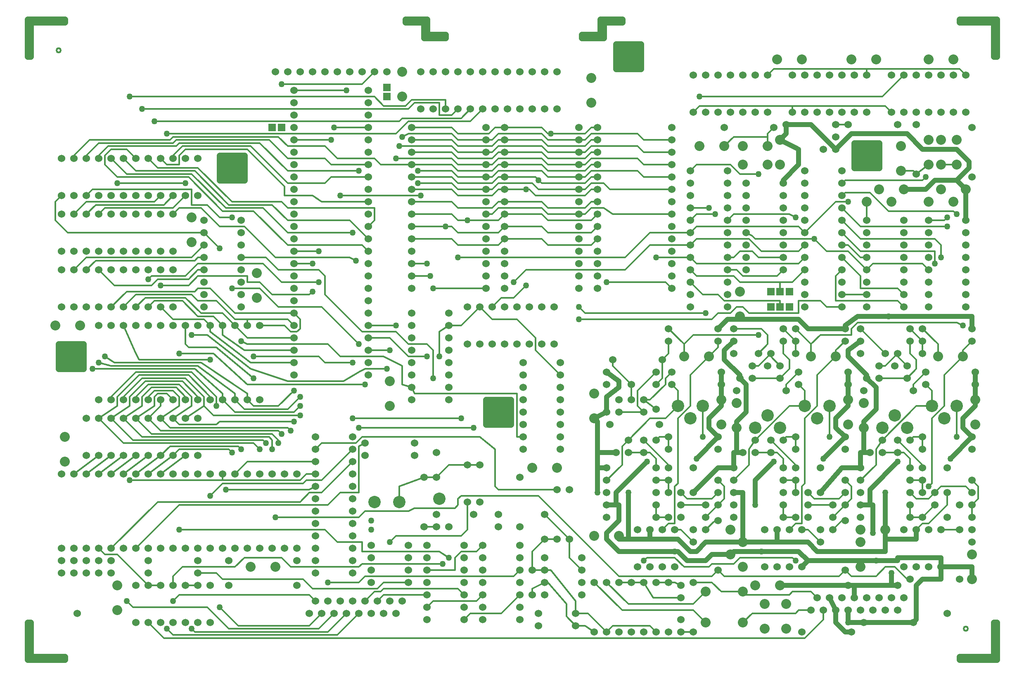
<source format=gbr>
G70*
%FSLAX55Y55*%
%ADD11C,0.04000*%
%ADD12C,0.01200*%
%ADD13C,0.05000*%
%ADD14C,0.06000*%
%ADD15C,0.08000*%
%ADD16C,0.10000*%
%ADD17R,0.06000X0.06000*%
%ADD18C,0.05500*%
%ADD19C,0.05000*%
%AMUSER20*
1, 1, 0.05000, 0.0, 0.0*
1, 0, 0.02000, 0.0, 0.0*%
%ADD20USER20*%
D11*
X1172675Y889025D02*
X1167675Y899025D01*
X1172675Y889025D02*
X1172675Y879025D01*
X1180175Y871525*
X1185175Y871525*
D12*
X657675Y909025D02*
X647675Y909025D01*
X757675Y886525D02*
X747675Y876525D01*
X690175Y876525*
X675175Y891525*
X607675Y939025D02*
X642675Y974025D01*
X762675Y974025*
X772675Y984025*
X787675Y984025*
X787675Y1021525*
X792675Y1024025*
X767675Y886525D02*
X755175Y874025D01*
X682675Y874025*
X665175Y891525*
X605175Y891525*
X600175Y896525*
X602675Y994025D02*
X677675Y994025D01*
X677675Y999025*
X677675Y994025*
X740175Y994025*
X745175Y999025*
X752675Y999025*
X587675Y1059025D02*
X587675Y1061525D01*
X607675Y1081525*
X652675Y1081525*
X672675Y1061525*
X672675Y1054025*
X702675Y1076525D02*
X672675Y1101525D01*
X650175Y1101525*
X647675Y1104025*
X647675Y1119025*
X735175Y1179025D02*
X755175Y1179025D01*
X755175Y1154025D02*
X725175Y1154025D01*
X710175Y1169025*
X657675Y1169025*
X647675Y1159025*
X620175Y1159025*
X617675Y1156525*
X755175Y1179025D02*
X735175Y1179025D01*
X617675Y999025D02*
X637675Y1014025D01*
X642675Y1019025*
X682675Y1019025*
X685175Y1016525*
X677675Y1119025D02*
X677675Y1111525D01*
X695175Y1099025*
X735175Y1099025*
X677675Y1119025D02*
X670175Y1126525D01*
X657675Y1126525*
X645175Y1139025*
X622675Y1139025*
X617675Y1134025*
X597675Y999025D02*
X617675Y1014025D01*
X735175Y1119025D02*
X730175Y1124025D01*
X697675Y1124025*
X697675Y1119025*
X735175Y1119025D02*
X730175Y1124025D01*
X687675Y1124025*
X672675Y1139025*
X657675Y1139025*
X652675Y1144025*
X607675Y1144025*
X597675Y1134025*
X577675Y999025D02*
X597675Y1014025D01*
X582675Y1094025D02*
X590175Y1089025D01*
X660175Y1089025*
X697675Y1064025*
X697675Y1059025*
X702675Y1054025*
X722675Y1054025*
X735175Y1066525*
X557675Y999025D02*
X577675Y1014025D01*
X572675Y1084025D02*
X655175Y1084025D01*
X677675Y1064025*
X677675Y1059025*
X687675Y1049025*
X735175Y1049025*
X740175Y1054025*
X687675Y999025D02*
X697675Y1009025D01*
X752675Y1009025*
X597675Y1119025D02*
X607675Y1096525D01*
X610175Y1091525*
X667675Y1091525*
X627675Y1151525D02*
X650175Y1151525D01*
X657675Y1159025*
X697675Y1159025*
X697675Y1154025*
X707675Y1154025*
X717675Y1144025*
X747675Y1144025*
X750175Y1146525*
X750175Y1169025D02*
X735175Y1169025D01*
X750175Y1169025*
X647675Y1044025D02*
X662675Y1054025D01*
X662675Y1061525*
X647675Y1076525*
X612675Y1076525*
X597675Y1061525*
X597675Y1059025*
X740175Y1046525D02*
X670175Y1046525D01*
X662675Y1054025*
X647675Y1044025*
X617675Y1059025D02*
X617675Y1061525D01*
X622675Y1066525*
X637675Y1066525*
X642675Y1061525*
X642675Y1054025*
X627675Y1044025*
X732675Y1034025D02*
X730175Y1036525D01*
X635175Y1036525*
X627675Y1044025*
X642675Y1054025*
X642675Y1061525*
X637675Y1066525*
X622675Y1066525*
X617675Y1061525*
X617675Y1059025*
X607675Y1044025D02*
X622675Y1054025D01*
X622675Y1061525*
X625175Y1064025*
X632675Y1064025*
X637675Y1059025*
X722675Y1024025D02*
X722675Y1026525D01*
X717675Y1031525*
X620175Y1031525*
X607675Y1044025*
X622675Y1054025*
X622675Y1061525*
X625175Y1064025*
X632675Y1064025*
X637675Y1059025*
X587675Y1044025D02*
X602675Y1054025D01*
X602675Y1061525*
X615175Y1074025*
X645175Y1074025*
X657675Y1061525*
X657675Y1059025*
X712675Y1024025D02*
X710175Y1026525D01*
X605175Y1026525*
X587675Y1044025*
X602675Y1054025*
X602675Y1061525*
X615175Y1074025*
X645175Y1074025*
X657675Y1061525*
X657675Y1059025*
X687675Y1059025D02*
X695175Y1051525D01*
X730175Y1051525*
X740175Y1061525*
X567675Y999025D02*
X587675Y1014025D01*
X577675Y1089025D02*
X587675Y1086525D01*
X657675Y1086525*
X687675Y1064025*
X687675Y1059025*
X607675Y1014025D02*
X587675Y999025D01*
X707675Y1119025D02*
X727675Y1119025D01*
X732675Y1114025*
X737675Y1114025*
X740175Y1116525*
X740175Y1124025*
X735175Y1129025*
X587675Y1134025D02*
X600175Y1146525D01*
X655175Y1146525*
X657675Y1149025*
X667675Y1149025*
X687675Y1129025*
X735175Y1129025*
X607675Y999025D02*
X627675Y1014025D01*
X692675Y1019025D02*
X690175Y1021525D01*
X635175Y1021525*
X627675Y1014025*
X687675Y1119025D02*
X697675Y1109025D01*
X735175Y1109025*
X687675Y1119025D02*
X677675Y1129025D01*
X660175Y1129025*
X647675Y1141525*
X615175Y1141525*
X607675Y1134025*
X627675Y999025D02*
X647675Y1014025D01*
X667675Y1119025D02*
X662675Y1124025D01*
X637675Y1124025*
X627675Y1134025*
X667675Y1119025D02*
X667675Y1114025D01*
X700175Y1089025*
X735175Y1089025*
X752675Y989025D02*
X747675Y986525D01*
X680175Y986525*
X577675Y1044025D02*
X592675Y1054025D01*
X592675Y1061525*
X610175Y1079025*
X650175Y1079025*
X667675Y1061525*
X667675Y1059025*
X707675Y1019025D02*
X702675Y1024025D01*
X597675Y1024025*
X577675Y1044025*
X592675Y1054025*
X592675Y1061525*
X610175Y1079025*
X650175Y1079025*
X667675Y1061525*
X667675Y1059025*
X647675Y1059025D02*
X647675Y1061525D01*
X640175Y1069025*
X620175Y1069025*
X612675Y1061525*
X612675Y1054025*
X597675Y1044025*
X717675Y1019025D02*
X717675Y1026525D01*
X715175Y1029025*
X612675Y1029025*
X597675Y1044025*
X612675Y1054025*
X612675Y1061525*
X620175Y1069025*
X640175Y1069025*
X647675Y1061525*
X647675Y1059025*
X617675Y1044025D02*
X627675Y1054025D01*
X627675Y1059025*
X725175Y1031525D02*
X722675Y1034025D01*
X627675Y1034025*
X617675Y1044025*
X627675Y1054025*
X627675Y1059025*
X607675Y1059025D02*
X607675Y1061525D01*
X617675Y1071525*
X642675Y1071525*
X652675Y1061525*
X652675Y1054025*
X637675Y1044025*
X642675Y1039025*
X672675Y1039025*
X675175Y1041525*
X735175Y1041525*
X827675Y911525D02*
X807675Y911525D01*
X802675Y906525*
X750175Y906525*
X742675Y914025*
X677675Y914025*
X672675Y919025*
X657675Y919025*
X1162675Y889025D02*
X1162675Y881525D01*
X1147675Y866525*
X630175Y866525*
X617675Y879025*
X752675Y896525D02*
X747675Y901525D01*
X642675Y901525*
X637675Y896525*
X577675Y939025D02*
X582675Y934025D01*
X592675Y934025*
X617675Y909025*
X627675Y909025*
X632675Y874025D02*
X637675Y869025D01*
X770175Y869025*
X787675Y886525*
X652675Y874025D02*
X655175Y871525D01*
X762675Y871525*
X777675Y886525*
X735175Y1269025D02*
X765175Y1269025D01*
X587675Y939025D02*
X625175Y976525D01*
X740175Y976525*
X747675Y984025*
X757675Y984025*
X782675Y1009025*
X782675Y1019025D02*
X757675Y994025D01*
X745175Y994025*
X742675Y991525*
X677675Y991525*
X667675Y981525*
X1100175Y1194025D02*
X1105175Y1191525D01*
X1107675Y1189025*
X1155175Y1189025*
X1110175Y1241525D02*
X1095175Y1241525D01*
X1087675Y1249025*
X1060175Y1249025*
X1055175Y1244025*
X1197675Y1321525D02*
X1197675Y1326525D01*
X1122675Y1326525*
X1117675Y1321525*
X1197675Y1321525D02*
X1197675Y1326525D01*
X1272675Y1326525*
X1277675Y1321525*
X1197675Y1164025D02*
X1182675Y1179025D01*
X1165175Y1179025*
X1155175Y1189025*
X1247675Y1164025D02*
X1242675Y1169025D01*
X1202675Y1169025*
X1197675Y1164025*
X830175Y1069025D02*
X822675Y1071525D01*
X822675Y1086525*
X807675Y1094025*
X772675Y1094025*
X762675Y1104025*
X697675Y1104025*
X692675Y1106525*
X675175Y1181525D02*
X662675Y1194025D01*
X547675Y1224025D02*
X542675Y1219025D01*
X542675Y1204025*
X552675Y1194025*
X662675Y1194025*
X965175Y1134025D02*
X970175Y1129025D01*
X1067675Y1129025*
X830175Y1069025D02*
X832675Y1064025D01*
X915175Y1064025*
X915175Y1029025*
X920175Y1029025*
X842675Y901525D02*
X807675Y901525D01*
X802675Y896525*
X887675Y901525D02*
X882675Y896525D01*
X847675Y896525*
X842675Y891525*
X872675Y901525D02*
X867675Y906525D01*
X807675Y906525*
X805175Y904025*
X800175Y904025*
X792675Y896525*
X917675Y901525D02*
X902675Y886525D01*
X877675Y886525*
X872675Y881525*
X762675Y911525D02*
X787675Y911525D01*
X792675Y916525*
X912675Y916525*
X917675Y921525*
X1057675Y1291525D02*
X1062675Y1296525D01*
X1137675Y1296525*
X1137675Y1291525*
X1137675Y1296525*
X1212675Y1296525*
X1217675Y1291525*
X837675Y1224025D02*
X772675Y1224025D01*
D11*
X1257675Y924025D02*
X1282675Y924025D01*
X1282675Y914025*
X1282675Y924025*
X1257675Y924025*
X1257675Y914025*
X1242675Y914025*
X1237675Y909025*
X1237675Y881525*
X1235175Y879025*
X1145175Y924025D02*
X1150175Y929025D01*
X1192675Y929025*
X1192675Y924025*
X1192675Y929025*
X1205175Y929025*
X1202675Y951525D02*
X1202675Y974025D01*
X1192675Y974025*
X1112675Y936525D02*
X1090175Y936525D01*
X1087675Y934025*
X1042675Y936525D02*
X1045175Y936525D01*
X1052675Y929025*
X1067675Y929025*
X1072675Y934025*
X1087675Y934025*
X1180175Y1029025D02*
X1172675Y1036525D01*
X1172675Y1044025*
X1182675Y1054025*
X1182675Y1059025*
X1145175Y924025D02*
X1150175Y929025D01*
X1142675Y936525*
X1112675Y936525*
X1182675Y1071525D02*
X1182675Y1059025D01*
X1182675Y1071525D02*
X1182675Y1081525D01*
X1080175Y1059025D02*
X1080175Y1054025D01*
X1070175Y1044025*
X1070175Y1036525*
X1077675Y1029025*
X1080175Y1059025D02*
X1080175Y1071525D01*
X1080175Y1081525D02*
X1080175Y1071525D01*
X987675Y974025D02*
X997675Y974025D01*
X997675Y961525*
X987675Y951525*
X987675Y946525*
X997675Y936525*
X1042675Y936525*
X1285175Y1059025D02*
X1285175Y1071525D01*
X1285175Y1081525*
X1285175Y1059025D02*
X1285175Y1054025D01*
X1275175Y1044025*
X1275175Y1036525*
X1282675Y1029025*
X1192675Y924025D02*
X1192675Y929025D01*
X1222675Y929025*
X1222675Y931525*
X1257675Y931525*
X1257675Y924025*
X1282675Y1029025D02*
X1265175Y1011525D01*
X1222675Y1009025D02*
X1200175Y986525D01*
X1200175Y974025*
X1192675Y974025*
X1107675Y974025D02*
X1107675Y994025D01*
X1122675Y1009025*
X1162675Y1011525D02*
X1180175Y1029025D01*
X987675Y974025D02*
X995175Y974025D01*
X995175Y984025*
X1020175Y1009025*
X1060175Y1011525D02*
X1077675Y1029025D01*
X1195175Y879025D02*
X1182675Y879025D01*
X1182675Y889025*
X1182675Y879025*
X1195175Y879025D02*
X1235175Y879025D01*
X1212675Y954025D02*
X1212675Y946525D01*
X1237675Y946525*
X1237675Y954025*
X1200175Y1016525D02*
X1192675Y1016525D01*
X1192675Y1004025*
X1217675Y919025D02*
X1217675Y909025D01*
X1222675Y909025*
X1097675Y944025D02*
X1125175Y944025D01*
X1125175Y954025*
X1022675Y954025D02*
X1022675Y946525D01*
X997675Y946525*
X997675Y949025*
X997675Y946525*
X1005175Y946525*
X1005175Y984025*
X977675Y1044025D02*
X980175Y1041525D01*
X980175Y1016525*
X995175Y1016525*
X977675Y1044025D02*
X987675Y1049025D01*
X1097675Y1016525D02*
X1090175Y1016525D01*
X1090175Y1004025*
X987675Y1004025D02*
X980175Y1004025D01*
X980175Y984025*
X1200175Y1016525D02*
X1195175Y1016525D01*
X1195175Y1036525*
X1092675Y1036525D02*
X1092675Y1016525D01*
X1097675Y1016525*
X1092675Y1036525D02*
X1092675Y1041525D01*
X1100175Y1049025*
X1100175Y1071525*
X1095175Y1076525*
X1095175Y1079025*
X1082675Y1091525*
X1082675Y1099025*
X1090175Y1106525*
X1197675Y1076525D02*
X1205175Y1069025D01*
X1205175Y1051525*
X1195175Y1041525*
X1195175Y1036525*
X1197675Y1076525D02*
X1197675Y1079025D01*
X1182675Y1094025*
X1182675Y1099025*
X1192675Y1106525*
X987675Y1004025D02*
X980175Y1004025D01*
X980175Y1016525*
X995175Y1016525*
X987675Y1049025D02*
X987675Y1061525D01*
X997675Y1069025*
X997675Y1074025*
X987675Y1081525*
X1097675Y944025D02*
X1067675Y944025D01*
X1060175Y936525*
X1055175Y936525*
X1045175Y946525*
X1022675Y946525*
X1022675Y954025*
X1212675Y954025D02*
X1212675Y936525D01*
X1157675Y936525*
X1150175Y944025*
X1125175Y944025*
X1125175Y954025*
X1097675Y1016525D02*
X1090175Y1016525D01*
X1090175Y1004025*
X1077675Y1004025*
X1057675Y984025*
X1097675Y944025D02*
X1097675Y984025D01*
X1090175Y984025*
X1212675Y954025D02*
X1212675Y984025D01*
X1160175Y984025D02*
X1177675Y1004025D01*
X1192675Y1004025*
D12*
X1237675Y954025D02*
X1242675Y959025D01*
X1247675Y959025*
X1262675Y974025*
X1262675Y984025*
D11*
X1127675Y909025D02*
X1182675Y909025D01*
X1187675Y909025*
X1187675Y899025*
X1182675Y909025D02*
X1222675Y909025D01*
X1172675Y1261525D02*
X1152675Y1281525D01*
X1132675Y1281525*
X1132675Y1274025*
X1127675Y1269025*
X1130175Y1234025D02*
X1130175Y1236525D01*
X1142675Y1249025*
X1142675Y1261525*
X1127675Y1269025*
X1180175Y1116525D02*
X1180175Y1119025D01*
X1190175Y1126525*
X1215175Y1126525*
X1077675Y1116525D02*
X1085175Y1124025D01*
X1142675Y1124025*
X1150175Y1116525*
X1180175Y1116525*
X1180175Y1119025*
X1190175Y1126525*
X1282675Y1126525*
X1282675Y1116525*
X1227675Y1229025D02*
X1245175Y1229025D01*
X1252675Y1236525*
X1270175Y1236525*
X1277675Y1229025*
X1277675Y1204025D02*
X1277675Y1229025D01*
X1270175Y1236525*
X1280175Y1246525*
X1280175Y1251525*
X1270175Y1261525*
X1242675Y1261525*
X1230175Y1274025*
X1185175Y1274025*
X1172675Y1261525*
X1095175Y1126525D02*
X1095175Y1124025D01*
X1085175Y1124025*
X1077675Y1116525*
D12*
X1172675Y1281525D02*
X1182675Y1281525D01*
X642675Y1096525D02*
X670175Y1096525D01*
X697675Y1071525*
X792675Y1071525*
X785175Y1171525D02*
X780175Y1174025D01*
X720175Y1174025*
X695175Y1199025*
X675175Y1199025*
X660175Y1214025*
X642675Y1214025*
X637675Y1209025*
X777675Y1309025D02*
X735175Y1309025D01*
X927675Y901525D02*
X927675Y906525D01*
X937675Y911525*
X977675Y871525D02*
X970175Y876525D01*
X962675Y876525*
X955175Y884025*
X955175Y894025*
X940175Y911525*
X937675Y911525*
X937675Y921525D02*
X927675Y921525D01*
X937675Y946525D02*
X927675Y936525D01*
X927675Y921525*
X937675Y946525D02*
X947675Y946525D01*
X1027675Y871525D02*
X1022675Y876525D01*
X992675Y876525*
X987675Y871525*
X962675Y886525D02*
X962675Y896525D01*
X942675Y921525*
X937675Y921525*
X987675Y871525D02*
X972675Y886525D01*
X962675Y886525*
X1067675Y904025D02*
X1057675Y894025D01*
X1005175Y894025*
X987675Y911525*
X977675Y911525D02*
X1000175Y889025D01*
X1057675Y889025*
X1067675Y879025*
X957675Y946525D02*
X937675Y966525D01*
X957675Y946525D02*
X937675Y966525D01*
X957675Y946525D02*
X957675Y931525D01*
X967675Y921525*
X752675Y1019025D02*
X757675Y1024025D01*
X785175Y1024025*
X790175Y1029025*
X885175Y1029025*
X897675Y1019025*
X897675Y989025*
X900175Y986525*
X947675Y986525*
X1152675Y889025D02*
X1142675Y889025D01*
X1140175Y886525*
X1105175Y886525*
X1097675Y879025*
X1097675Y904025D02*
X1100175Y901525D01*
X1135175Y901525*
X1137675Y904025*
X1152675Y904025*
X1157675Y899025*
X1097675Y904025D02*
X1080175Y904025D01*
X1072675Y911525*
X1057675Y911525*
X820175Y976525D02*
X820175Y989025D01*
X840175Y996525*
X850175Y996525D02*
X840175Y996525D01*
X875175Y1006525D02*
X860175Y1006525D01*
X850175Y996525*
X875175Y1006525D02*
X885175Y1006525D01*
X557675Y1164025D02*
X567675Y1174025D01*
X652675Y1174025*
X662675Y1184025*
X567675Y1164025D02*
X575175Y1171525D01*
X655175Y1171525*
X657675Y1174025*
X662675Y1174025*
X577675Y1164025D02*
X590175Y1151525D01*
X620175Y1151525*
X625175Y1156525*
X650175Y1156525*
X657675Y1164025*
X662675Y1164025*
X830175Y1249025D02*
X805175Y1249025D01*
X800175Y1254025*
X770175Y1254025*
X760175Y1264025*
X730175Y1264025*
X722675Y1271525*
X637675Y1271525*
X635175Y1269025*
X570175Y1269025*
X557675Y1256525*
X557675Y1254025*
X830175Y1249025D02*
X862675Y1249025D01*
X867675Y1244025*
X895175Y1244025*
X900175Y1249025*
X905175Y1249025*
X980175Y1249025D02*
X975175Y1249025D01*
X970175Y1244025*
X940175Y1244025*
X935175Y1249025*
X905175Y1249025*
X795175Y1249025D02*
X765175Y1249025D01*
X760175Y1254025*
X730175Y1254025*
X715175Y1269025*
X640175Y1269025*
X637675Y1266525*
X577675Y1266525*
X567675Y1256525*
X567675Y1254025*
X577675Y1254025D02*
X577675Y1256525D01*
X585175Y1264025*
X640175Y1264025*
X642675Y1266525*
X707675Y1266525*
X730175Y1244025*
X787675Y1244025*
X587675Y1254025D02*
X600175Y1241525D01*
X652675Y1241525*
X680175Y1214025*
X710175Y1214025*
X730175Y1194025*
X782675Y1194025*
X597675Y1254025D02*
X607675Y1244025D01*
X655175Y1244025*
X682675Y1216525*
X717675Y1216525*
X730175Y1204025*
X780175Y1204025*
X795175Y1189025*
X607675Y1254025D02*
X600175Y1261525D01*
X587675Y1261525*
X582675Y1256525*
X582675Y1249025*
X592675Y1239025*
X650175Y1239025*
X677675Y1211525*
X702675Y1211525*
X730175Y1184025*
X790175Y1184025*
X795175Y1179025*
X617675Y1254025D02*
X625175Y1246525D01*
X657675Y1246525*
X685175Y1219025*
X725175Y1219025*
X730175Y1214025*
X800175Y1214025*
X800175Y1204025*
X795175Y1199025*
X627675Y1254025D02*
X632675Y1249025D01*
X642675Y1249025*
X642675Y1256525*
X647675Y1261525*
X697675Y1261525*
X727675Y1231525*
X727675Y1224025*
X750175Y1224025*
X757675Y1219025*
X795175Y1219025*
X637675Y1254025D02*
X637675Y1256525D01*
X645175Y1264025*
X700175Y1264025*
X730175Y1234025*
X760175Y1234025*
X765175Y1239025*
X795175Y1239025*
X627675Y1224025D02*
X622675Y1219025D01*
X567675Y1219025*
X557675Y1209025*
X567675Y1209025D02*
X575175Y1216525D01*
X630175Y1216525*
X637675Y1224025*
X577675Y1209025D02*
X582675Y1214025D01*
X637675Y1214025*
X647675Y1224025*
X647675Y1234025D02*
X592675Y1234025D01*
X602675Y1304025D02*
X800175Y1304025D01*
X807675Y1296525*
X825175Y1296525*
X830175Y1301525*
X857675Y1301525*
X857675Y1294025*
X612675Y1294025D02*
X827675Y1294025D01*
X832675Y1299025*
X852675Y1299025*
X852675Y1289025*
X862675Y1289025*
X867675Y1294025*
X877675Y1294025D02*
X870175Y1286525D01*
X822675Y1286525*
X820175Y1284025*
X622675Y1284025*
X887675Y1294025D02*
X877675Y1284025D01*
X827675Y1284025*
X817675Y1274025*
X632675Y1274025*
X950175Y1079025D02*
X930175Y1099025D01*
X930175Y1109025*
X915175Y1124025*
X895175Y1124025*
X885175Y1134025*
X870175Y1119025*
X860175Y1119025*
X652675Y1111525D02*
X665175Y1111525D01*
X700175Y1084025*
X730175Y1074025*
X775175Y1074025*
X787675Y1081525*
X792675Y1084025*
X810175Y1084025*
X852675Y1094025D02*
X852675Y1114025D01*
X860175Y1119025*
X905175Y1189025D02*
X935175Y1189025D01*
X940175Y1184025*
X975175Y1184025*
X980175Y1189025*
X830175Y1189025D02*
X862675Y1189025D01*
X867675Y1184025*
X900175Y1184025*
X905175Y1189025*
X980175Y1199025D02*
X975175Y1194025D01*
X940175Y1194025*
X935175Y1199025*
X905175Y1199025*
X900175Y1194025*
X867675Y1194025*
X862675Y1199025*
X830175Y1199025*
X857675Y1199025D02*
X830175Y1199025D01*
X905175Y1209025D02*
X935175Y1209025D01*
X940175Y1204025*
X975175Y1204025*
X980175Y1209025*
X830175Y1209025D02*
X862675Y1209025D01*
X867675Y1204025*
X900175Y1204025*
X905175Y1209025*
X830175Y1209025D02*
X862675Y1209025D01*
X867675Y1204025*
X875175Y1204025*
X905175Y1219025D02*
X935175Y1219025D01*
X940175Y1214025*
X970175Y1214025*
X975175Y1219025*
X980175Y1219025*
X830175Y1219025D02*
X862675Y1219025D01*
X867675Y1214025*
X895175Y1214025*
X900175Y1219025*
X905175Y1219025*
X1177675Y1234025D02*
X1180175Y1236525D01*
X1242675Y1236525*
X1245175Y1239025*
X980175Y1229025D02*
X975175Y1229025D01*
X970175Y1224025*
X930175Y1224025*
X925175Y1229025*
X905175Y1229025*
X830175Y1229025D02*
X862675Y1229025D01*
X867675Y1224025*
X895175Y1224025*
X900175Y1229025*
X905175Y1229025*
X922675Y1229025*
X1270175Y1209025D02*
X1267675Y1211525D01*
X1215175Y1211525*
X1200175Y1226525*
X1180175Y1226525*
X1177675Y1224025*
X905175Y1239025D02*
X930175Y1239025D01*
X935175Y1234025*
X970175Y1234025*
X975175Y1239025*
X980175Y1239025*
X830175Y1239025D02*
X862675Y1239025D01*
X867675Y1234025*
X895175Y1234025*
X900175Y1239025*
X905175Y1239025*
X930175Y1239025*
X932675Y1236525*
X1177675Y1214025D02*
X1192675Y1199025D01*
X1262675Y1199025*
X980175Y1279025D02*
X975175Y1279025D01*
X970175Y1274025*
X940175Y1274025*
X935175Y1279025*
X905175Y1279025*
X830175Y1279025D02*
X862675Y1279025D01*
X867675Y1274025*
X892675Y1274025*
X897675Y1279025*
X905175Y1279025*
X942675Y1274025D02*
X940175Y1274025D01*
X935175Y1279025*
X905175Y1279025*
X890175Y1259025D02*
X895175Y1259025D01*
X900175Y1264025*
X935175Y1264025*
X940175Y1259025*
X965175Y1259025*
X970175Y1259025*
X975175Y1264025*
X1012675Y1264025*
X1017675Y1259025*
X1040175Y1259025*
X820175Y1264025D02*
X862675Y1264025D01*
X867675Y1259025*
X890175Y1259025*
X830175Y1269025D02*
X862675Y1269025D01*
X867675Y1264025*
X895175Y1264025*
X900175Y1269025*
X905175Y1269025*
X980175Y1269025D02*
X975175Y1269025D01*
X970175Y1264025*
X940175Y1264025*
X935175Y1269025*
X905175Y1269025*
X890175Y1229025D02*
X895175Y1229025D01*
X900175Y1234025*
X927675Y1234025*
X932675Y1229025*
X965175Y1229025*
X970175Y1229025*
X975175Y1234025*
X985175Y1234025*
X990175Y1229025*
X1040175Y1229025*
X795175Y1119025D02*
X817675Y1119025D01*
X835175Y1234025D02*
X862675Y1234025D01*
X867675Y1229025*
X890175Y1229025*
X890175Y1209025D02*
X895175Y1209025D01*
X900175Y1214025*
X935175Y1214025*
X940175Y1209025*
X965175Y1209025*
X1040175Y1209025D02*
X992675Y1209025D01*
X985175Y1214025*
X975175Y1214025*
X970175Y1209025*
X965175Y1209025*
X795175Y1109025D02*
X812675Y1109025D01*
X827675Y1094025*
X842675Y1094025*
X890175Y1239025D02*
X895175Y1239025D01*
X900175Y1244025*
X935175Y1244025*
X940175Y1239025*
X965175Y1239025*
X1040175Y1239025D02*
X1017675Y1239025D01*
X1012675Y1244025*
X975175Y1244025*
X970175Y1239025*
X965175Y1239025*
X890175Y1239025D02*
X867675Y1239025D01*
X862675Y1244025*
X835175Y1244025*
X812675Y1099025D02*
X795175Y1099025D01*
X890175Y1249025D02*
X895175Y1249025D01*
X900175Y1254025*
X935175Y1254025*
X940175Y1249025*
X965175Y1249025*
X970175Y1249025*
X975175Y1254025*
X1012675Y1254025*
X1017675Y1249025*
X1040175Y1249025*
X817675Y1254025D02*
X862675Y1254025D01*
X867675Y1249025*
X890175Y1249025*
X830175Y1259025D02*
X862675Y1259025D01*
X867675Y1254025*
X895175Y1254025*
X900175Y1259025*
X905175Y1259025*
X935175Y1259025*
X940175Y1254025*
X970175Y1254025*
X975175Y1259025*
X980175Y1259025*
X890175Y1269025D02*
X895175Y1269025D01*
X900175Y1274025*
X935175Y1274025*
X940175Y1269025*
X965175Y1269025*
X970175Y1269025*
X975175Y1274025*
X1012675Y1274025*
X1017675Y1269025*
X1040175Y1269025*
X890175Y1269025D02*
X867675Y1269025D01*
X862675Y1274025*
X827675Y1274025*
X822675Y1271525*
X767675Y1279025D02*
X795175Y1279025D01*
X725175Y1314025D02*
X790175Y1314025D01*
X800175Y1324025*
X842675Y1169025D02*
X830175Y1169025D01*
X830175Y1159025D02*
X845175Y1159025D01*
X890175Y1149025D02*
X847675Y1149025D01*
X922675Y1151525D02*
X912675Y1141525D01*
X902675Y1141525*
X895175Y1134025*
X987675Y1154025D02*
X1035175Y1154025D01*
X1040175Y1149025*
X1085175Y1164025D02*
X1092675Y1164025D01*
X1097675Y1159025*
X1125175Y1159025*
X1130175Y1164025*
X1130175Y1174025D02*
X1110175Y1174025D01*
X1105175Y1179025*
X1095175Y1179025*
X1090175Y1174025*
X1085175Y1174025*
X1085175Y1204025D02*
X1090175Y1209025D01*
X1135175Y1209025*
X1140175Y1206525*
X1177675Y1204025D02*
X1192675Y1189025D01*
X1252675Y1189025*
X1257675Y1184025*
X1257675Y1174025*
X1177675Y1194025D02*
X1192675Y1179025D01*
X1252675Y1179025*
X1252675Y1169025*
X1197675Y1174025D02*
X1192675Y1174025D01*
X1182675Y1184025*
X1177675Y1184025*
X1227675Y1144025D02*
X1222675Y1149025D01*
X1192675Y1149025*
X1192675Y1159025*
X1177675Y1174025*
X1177675Y1164025D02*
X1172675Y1159025D01*
X1172675Y1139025*
X1222675Y1139025*
X1227675Y1134025*
X1197675Y1144025D02*
X1177675Y1144025D01*
X1055175Y1184025D02*
X1060175Y1189025D01*
X1102675Y1189025*
X1112675Y1179025*
X1142675Y1179025*
X1147675Y1184025*
X1055175Y1184025D02*
X1022675Y1184025D01*
X1002675Y1164025*
X922675Y1164025*
X912675Y1154025*
X1147675Y1164025D02*
X1137675Y1154025D01*
X1127675Y1154025*
X1127675Y1146525*
X1055175Y1164025D02*
X1060175Y1159025D01*
X1090175Y1159025*
X1095175Y1154025*
X1127675Y1154025*
X1127675Y1146525*
X1055175Y1154025D02*
X1065175Y1144025D01*
X1077675Y1144025*
X1082675Y1139025*
X1127675Y1139025*
X1127675Y1134025*
X1055175Y1204025D02*
X1060175Y1209025D01*
X1075175Y1209025*
X1182675Y1219025D02*
X1172675Y1219025D01*
X1147675Y1194025*
X1142675Y1199025*
X1060175Y1199025*
X1055175Y1194025*
X867675Y1174025D02*
X1002675Y1174025D01*
X1022675Y1194025*
X1055175Y1194025*
X1147675Y1174025D02*
X1142675Y1169025D01*
X1060175Y1169025*
X1055175Y1174025*
X1027675Y1174025D02*
X1055175Y1174025D01*
X1070175Y1214025D02*
X1055175Y1214025D01*
X1227675Y1321525D02*
X1210175Y1304025D01*
X1062675Y1304025*
X1117675Y1264025D02*
X1117675Y1274025D01*
X1122675Y1279025*
X1082675Y1264025D02*
X1090175Y1271525D01*
X1117675Y1271525*
X1117675Y1264025*
X1050175Y1094025D02*
X1050175Y1104025D01*
X1037675Y1116525*
X1050175Y1094025D02*
X1050175Y1104025D01*
X1057675Y1111525*
X1110175Y1111525*
X1077675Y1106525D02*
X1077675Y1101525D01*
X1070175Y1094025*
X1055175Y1079025*
X1055175Y1054025*
X1045175Y1044025*
X1045175Y991525*
X1042675Y989025*
X1042675Y959025*
X1037675Y959025*
X1032675Y954025*
X1037675Y1106525D02*
X1037675Y1096525D01*
X1032675Y1091525*
X1027675Y1071525D02*
X1032675Y1076525D01*
X1032675Y1091525*
X992675Y1091525D02*
X992675Y1086525D01*
X1007675Y1071525*
X1007675Y1059025*
X1057675Y944025D02*
X1047675Y954025D01*
X1042675Y954025*
X1027675Y1081525D02*
X1012675Y1066525D01*
X1012675Y1054025*
X1017675Y1049025*
X997675Y1049025D02*
X1017675Y1049025D01*
X1027675Y1051525D02*
X1017675Y1059025D01*
X1022675Y1059025*
X1035175Y1071525*
X1035175Y1076525*
X1040175Y1081525*
X1037675Y1004025D02*
X1037675Y1006525D01*
X1017675Y1026525*
X1037675Y1029025D02*
X1030175Y1029025D01*
X1027675Y1026525*
X1037675Y1019025D02*
X1037675Y1029025D01*
X1005175Y1016525D02*
X1017675Y1016525D01*
X1022675Y1016525*
X1027675Y1011525*
X1027675Y1004025*
X1065175Y1029025D02*
X1065175Y1054025D01*
X1045175Y1054025D02*
X1045175Y1066525D01*
X1040175Y1071525*
X1005175Y1026525D02*
X1022675Y1044025D01*
X1035175Y1044025*
X1045175Y1054025*
X987675Y994025D02*
X1000175Y1006525D01*
X1000175Y1021525*
X1005175Y1026525*
X1047675Y984025D02*
X1052675Y979025D01*
X1072675Y979025*
X1077675Y984025*
X1077675Y994025D02*
X1082675Y989025D01*
X1082675Y979025*
X1077675Y974025*
X1067675Y964025D02*
X1077675Y974025D01*
X1027675Y994025D02*
X1037675Y994025D01*
X1037675Y984025D02*
X1037675Y994025D01*
X1027675Y974025D02*
X1027675Y964025D01*
X1037675Y964025*
X1067675Y974025D02*
X1047675Y974025D01*
X1017675Y929025D02*
X1020175Y931525D01*
X1042675Y931525*
X1050175Y924025*
X1070175Y924025*
X1072675Y926525*
X1090175Y926525*
X1095175Y931525*
X1137675Y931525*
X1140175Y929025*
X1180175Y974025D02*
X1185175Y979025D01*
X1185175Y989025*
X1180175Y994025*
X1180175Y974025D02*
X1170175Y964025D01*
X1140175Y984025D02*
X1140175Y994025D01*
X1130175Y994025D02*
X1140175Y994025D01*
X1107675Y1026525D02*
X1102675Y1019025D01*
X1102675Y1006525*
X1090175Y994025*
X1147675Y1054025D02*
X1135175Y1054025D01*
X1107675Y1026525*
X1147675Y1054025D02*
X1147675Y1066525D01*
X1142675Y1071525*
X1130175Y1026525D02*
X1132675Y1029025D01*
X1140175Y1029025*
X1140175Y1019025D02*
X1140175Y1029025D01*
X1127675Y1076525D02*
X1105175Y1076525D01*
X1130175Y1106525D02*
X1130175Y1096525D01*
X1135175Y1091525*
X1135175Y1084025*
X1127675Y1076525*
X1120175Y1016525D02*
X1107675Y1016525D01*
X1130175Y1004025D02*
X1130175Y1011525D01*
X1125175Y1016525*
X1120175Y1016525*
X1120175Y1096525D02*
X1120175Y1094025D01*
X1127675Y1086525*
X1105175Y1086525D02*
X1110175Y1086525D01*
X1120175Y1096525*
X1142675Y1081525D02*
X1132675Y1071525D01*
X1132675Y1066525*
X1140175Y1096525D02*
X1140175Y1106525D01*
X1130175Y1116525*
X1130175Y964025D02*
X1140175Y964025D01*
X1130175Y974025D02*
X1130175Y964025D01*
X1170175Y974025D02*
X1150175Y974025D01*
X1180175Y984025D02*
X1175175Y979025D01*
X1155175Y979025*
X1150175Y984025*
X1167675Y1029025D02*
X1167675Y1054025D01*
X1120175Y1026525D02*
X1140175Y1006525D01*
X1140175Y1004025*
X1090175Y1116525D02*
X1112675Y1116525D01*
X1117675Y1111525*
X1117675Y1104025*
X1110175Y1096525*
X1145175Y954025D02*
X1150175Y954025D01*
X1160175Y944025*
X1135175Y954025D02*
X1140175Y959025D01*
X1145175Y959025*
X1145175Y989025*
X1147675Y991525*
X1147675Y1044025*
X1157675Y1054025*
X1157675Y1079025*
X1172675Y1094025*
X1180175Y1106525D02*
X1172675Y1099025D01*
X1172675Y1094025*
X1152675Y1094025D02*
X1152675Y1104025D01*
X1140175Y1116525*
X1152675Y1104025*
X1160175Y1111525*
X1185175Y1111525*
X1185175Y1116525*
X1190175Y1121525*
X1270175Y1121525*
X1275175Y1119025*
X1257675Y1249025D02*
X1270175Y1249025D01*
X1237675Y1241525D02*
X1247675Y1249025D01*
X1225175Y1244025D02*
X1235175Y1244025D01*
X1237675Y1241525*
X1242675Y1116525D02*
X1255175Y1104025D01*
X1255175Y1094025*
X1282675Y1106525D02*
X1275175Y1099025D01*
X1275175Y1094025*
X1260175Y1079025*
X1260175Y1054025*
X1250175Y1044025*
X1250175Y991525*
X1247675Y989025*
X1242675Y1106525D02*
X1232675Y1116525D01*
X1242675Y1096525D02*
X1242675Y1106525D01*
X1192675Y1116525D02*
X1212675Y1096525D01*
X1257675Y954025D02*
X1272675Y954025D01*
X1232675Y1106525D02*
X1232675Y1096525D01*
X1237675Y1091525*
X1237675Y1084025*
X1230175Y1076525*
X1207675Y1076525*
X1207675Y1086525D02*
X1212675Y1086525D01*
X1222675Y1096525*
X1222675Y1094025*
X1230175Y1086525*
X1245175Y1081525D02*
X1235175Y1071525D01*
X1235175Y1066525*
X1222675Y1026525D02*
X1242675Y1006525D01*
X1242675Y1004025*
X1232675Y1026525D02*
X1235175Y1029025D01*
X1242675Y1029025*
X1242675Y1019025*
X1222675Y1016525D02*
X1210175Y1016525D01*
X1222675Y1016525D02*
X1227675Y1016525D01*
X1232675Y1011525*
X1232675Y1004025*
X1252675Y984025D02*
X1257675Y989025D01*
X1277675Y989025*
X1282675Y984025*
X1252675Y984025D02*
X1247675Y979025D01*
X1237675Y979025*
X1232675Y984025*
X1282675Y994025D02*
X1287675Y989025D01*
X1287675Y979025*
X1282675Y974025*
X1282675Y964025*
X1232675Y994025D02*
X1242675Y994025D01*
X1242675Y984025D02*
X1242675Y994025D01*
X1232675Y974025D02*
X1232675Y964025D01*
X1242675Y964025D02*
X1232675Y964025D01*
X1242675Y964025D02*
X1252675Y974025D01*
X1192675Y994025D02*
X1205175Y1006525D01*
X1205175Y1019025*
X1210175Y1026525*
X1250175Y1054025D02*
X1237675Y1054025D01*
X1210175Y1026525*
X1250175Y1054025D02*
X1250175Y1066525D01*
X1245175Y1071525*
X1270175Y1029025D02*
X1270175Y1054025D01*
X887675Y941525D02*
X882675Y936525D01*
X870175Y936525*
X865175Y931525*
X865175Y921525*
X842675Y921525*
X1197675Y1204025D02*
X1197675Y1219025D01*
X1262675Y1206525D02*
X1260175Y1204025D01*
X1247675Y1204025*
X567675Y1224025D02*
X572675Y1229025D01*
X652675Y1229025*
X652675Y1216525*
X665175Y1216525*
X675175Y1206525*
X685175Y1206525*
X685175Y1149025D02*
X707675Y1149025D01*
X722675Y1134025*
X757675Y1134025*
X787675Y1104025*
X787675Y1036525D02*
X880175Y1036525D01*
X685175Y1206525D02*
X675175Y1206525D01*
X665175Y1216525*
X652675Y1216525*
X652675Y1229025*
X572675Y1229025*
X567675Y1224025*
X1077675Y961525D02*
X1075175Y961525D01*
X1067675Y954025*
X1180175Y961525D02*
X1177675Y961525D01*
X1170175Y954025*
X1180175Y921525D02*
X1185175Y916525D01*
X1205175Y916525*
X1212675Y924025*
X1220175Y924025*
X1230175Y914025*
X1232675Y914025*
X1077675Y921525D02*
X1072675Y916525D01*
X997675Y916525*
X932675Y981525*
X870175Y981525*
X867675Y979025*
X867675Y974025*
X865175Y971525*
X832675Y971525*
X827675Y969025*
X792675Y969025*
X787675Y964025*
X720175Y964025*
X1077675Y921525D02*
X1082675Y916525D01*
X1175175Y916525*
X1180175Y921525*
X997675Y911525D02*
X1007675Y911525D01*
X1017675Y911525*
X1047675Y899025D02*
X1025175Y899025D01*
X1017675Y911525*
X1027675Y911525D02*
X1037675Y911525D01*
X1047675Y909025D02*
X1042675Y911525D01*
X1037675Y911525*
X1047675Y871525D02*
X1057675Y871525D01*
X637675Y909025D02*
X637675Y916525D01*
X645175Y924025*
X687675Y924025*
X695175Y931525*
X725175Y931525*
X732675Y924025*
X787675Y924025*
X790175Y926525*
X855175Y926525*
X965175Y1124025D02*
X1072675Y1124025D01*
X1077675Y1129025*
X1087675Y1129025*
X1092675Y1134025*
X1097675Y1134025*
X1102675Y1129025*
X1142675Y1129025*
X1142675Y1139025*
X1160175Y1139025*
X1165175Y1134025*
X1177675Y1134025*
X875175Y976525D02*
X875175Y954025D01*
X870175Y949025*
X817675Y949025*
X812675Y944025*
X870175Y1044025D02*
X782675Y1044025D01*
X782675Y1089025D02*
X760175Y1089025D01*
X755175Y1094025*
X702675Y1094025*
X692675Y1174025D02*
X712675Y1174025D01*
X722675Y1164025*
X755175Y1164025*
X760175Y1159025*
X760175Y1144025*
X790175Y1114025*
X817675Y1114025*
X827675Y1104025*
X842675Y1104025*
X847675Y1099025*
X847675Y1076525*
X642675Y954025D02*
X760175Y954025D01*
X770175Y944025*
X790175Y944025*
X790175Y936525*
X852675Y936525*
X860175Y931525*
X850175Y956525D02*
X840175Y956525D01*
D13*
G36*
X565175Y1084025D02*
X565175Y1104025D01*
X545175Y1104025*
X545175Y1084025*
X565175Y1084025*
G37*
X565175Y1104025*
X545175Y1104025*
X545175Y1084025*
X565175Y1084025*
G36*
X675175Y1256525D02*
X675175Y1236525D01*
X695175Y1236525*
X695175Y1256525*
X675175Y1256525*
G37*
X675175Y1236525*
X695175Y1236525*
X695175Y1256525*
X675175Y1256525*
G36*
X1015175Y1326525D02*
X1015175Y1346525D01*
X995175Y1346525*
X995175Y1326525*
X1015175Y1326525*
G37*
X1015175Y1346525*
X995175Y1346525*
X995175Y1326525*
X1015175Y1326525*
G36*
X1207675Y1246525D02*
X1207675Y1266525D01*
X1187675Y1266525*
X1187675Y1246525*
X1207675Y1246525*
G37*
X1207675Y1266525*
X1187675Y1266525*
X1187675Y1246525*
X1207675Y1246525*
G36*
X910175Y1039025D02*
X910175Y1059025D01*
X890175Y1059025*
X890175Y1039025*
X910175Y1039025*
G37*
X910175Y1059025*
X890175Y1059025*
X890175Y1039025*
X910175Y1039025*
G36*
X522675Y1336525D02*
X522675Y1364025D01*
X550175Y1364025*
X550175Y1366525*
X520175Y1366525*
X520175Y1336525*
X522675Y1336525*
G37*
X522675Y1364025*
X550175Y1364025*
X550175Y1366525*
X520175Y1366525*
X520175Y1336525*
X522675Y1336525*
G36*
X825175Y1366525D02*
X825175Y1364025D01*
X840175Y1364025*
X840175Y1351525*
X857675Y1351525*
X857675Y1354025*
X842675Y1354025*
X842675Y1366525*
X825175Y1366525*
G37*
X825175Y1364025*
X840175Y1364025*
X840175Y1351525*
X857675Y1351525*
X857675Y1354025*
X842675Y1354025*
X842675Y1366525*
X825175Y1366525*
G36*
X982675Y1366525D02*
X982675Y1354025D01*
X967675Y1354025*
X967675Y1351525*
X985175Y1351525*
X985175Y1364025*
X1000175Y1364025*
X1000175Y1366525*
X982675Y1366525*
G37*
X982675Y1354025*
X967675Y1354025*
X967675Y1351525*
X985175Y1351525*
X985175Y1364025*
X1000175Y1364025*
X1000175Y1366525*
X982675Y1366525*
G36*
X1300175Y1364025D02*
X1300175Y1336525D01*
X1302675Y1336525*
X1302675Y1366525*
X1272675Y1366525*
X1272675Y1364025*
X1300175Y1364025*
G37*
X1300175Y1336525*
X1302675Y1336525*
X1302675Y1366525*
X1272675Y1366525*
X1272675Y1364025*
X1300175Y1364025*
G36*
X1300175Y879025D02*
X1300175Y851525D01*
X1272675Y851525*
X1272675Y849025*
X1302675Y849025*
X1302675Y879025*
X1300175Y879025*
G37*
X1300175Y851525*
X1272675Y851525*
X1272675Y849025*
X1302675Y849025*
X1302675Y879025*
X1300175Y879025*
G36*
X522675Y851525D02*
X522675Y879025D01*
X520175Y879025*
X520175Y849025*
X550175Y849025*
X550175Y851525*
X522675Y851525*
G37*
X522675Y879025*
X520175Y879025*
X520175Y849025*
X550175Y849025*
X550175Y851525*
X522675Y851525*
D14*
X560175Y886525D03*
X1262675Y886525D03*
X685175Y1246525D03*
X1005175Y1336525D03*
X1197675Y1256525D03*
X555175Y1094025D03*
X900175Y1049025D03*
D15*
X1127675Y909025D03*
X1107675Y909025D03*
X1212675Y954025D03*
X1192675Y954025D03*
X1195175Y1036525D03*
X1195175Y1056525D03*
X1097675Y944025D03*
X1097675Y924025D03*
X1092675Y1036525D03*
X1092675Y1056525D03*
X997675Y949025D03*
X977675Y949025D03*
X977675Y1044025D03*
X977675Y1064025D03*
X1132675Y894025D03*
X1132675Y874025D03*
X1282675Y934025D03*
X1282675Y914025D03*
X1285175Y1039025D03*
X1285175Y1059025D03*
X1192675Y944025D03*
X1192675Y924025D03*
X1182675Y1039025D03*
X1182675Y1059025D03*
X1087675Y954025D03*
X1087675Y934025D03*
X1080175Y1039025D03*
X1080175Y1059025D03*
X1115175Y874025D03*
X1115175Y894025D03*
X592675Y909025D03*
X592675Y889025D03*
X550175Y1029025D03*
X550175Y1009025D03*
X562675Y1119025D03*
X542675Y1119025D03*
X705175Y1161525D03*
X705175Y1141525D03*
X652675Y1206525D03*
X652675Y1186525D03*
X822675Y1324025D03*
X822675Y1304025D03*
X975175Y1299025D03*
X975175Y1319025D03*
X1125175Y1334025D03*
X1145175Y1334025D03*
X1185175Y1334025D03*
X1205175Y1334025D03*
X1247675Y1334025D03*
X1267675Y1334025D03*
X812675Y1074025D03*
X812675Y1054025D03*
X947675Y1004025D03*
X927675Y1004025D03*
D16*
X820175Y976525D03*
X800175Y976525D03*
D14*
X737675Y929025D03*
X737675Y909025D03*
X682675Y929025D03*
X682675Y909025D03*
X900175Y966525D03*
X880175Y966525D03*
D15*
X1097675Y879025D03*
X1067675Y879025D03*
X1097675Y904025D03*
X1067675Y904025D03*
D14*
X927675Y901525D03*
X927675Y921525D03*
X937675Y946525D03*
X937675Y966525D03*
D15*
X1082675Y1264025D03*
X1062675Y1264025D03*
X1117675Y1264025D03*
X1097675Y1264025D03*
X1127675Y1269025D03*
X1127675Y1249025D03*
X1050175Y1094025D03*
X1070175Y1094025D03*
D14*
X1027675Y1051525D03*
X1027675Y1071525D03*
X1007675Y1071525D03*
X987675Y1071525D03*
X1037675Y1004025D03*
X1057675Y1004025D03*
X1037675Y984025D03*
X1037675Y964025D03*
X1067675Y964025D03*
X1047675Y964025D03*
D15*
X1270175Y1249025D03*
X1270175Y1269025D03*
X1257675Y1249025D03*
X1257675Y1269025D03*
X1277675Y1229025D03*
X1257675Y1229025D03*
X1152675Y1094025D03*
X1172675Y1094025D03*
D14*
X1120175Y1096525D03*
X1140175Y1096525D03*
X1110175Y1096525D03*
X1090175Y1096525D03*
X1140175Y1004025D03*
X1160175Y1004025D03*
X1140175Y984025D03*
X1140175Y964025D03*
X1170175Y964025D03*
X1150175Y964025D03*
D15*
X1225175Y1244025D03*
X1225175Y1264025D03*
X1247675Y1249025D03*
X1247675Y1269025D03*
X1227675Y1229025D03*
X1207675Y1229025D03*
D14*
X1222675Y1096525D03*
X1242675Y1096525D03*
X1212675Y1096525D03*
X1192675Y1096525D03*
X1242675Y1004025D03*
X1262675Y1004025D03*
X1242675Y984025D03*
X1242675Y964025D03*
X1282675Y964025D03*
X1262675Y964025D03*
X1182675Y909025D03*
X1222675Y909025D03*
X1195175Y879025D03*
X1235175Y879025D03*
X1082675Y1279025D03*
X1122675Y1279025D03*
X1282675Y1279025D03*
X1282675Y1239025D03*
X1237675Y1281525D03*
X1237675Y1241525D03*
X547675Y919025D03*
X547675Y929025D03*
X557675Y919025D03*
X557675Y929025D03*
X567675Y919025D03*
X567675Y929025D03*
X577675Y919025D03*
X577675Y929025D03*
X587675Y919025D03*
X587675Y929025D03*
X1182675Y1281525D03*
X1222675Y1281525D03*
X1172675Y1281525D03*
X1132675Y1281525D03*
X792675Y1014025D03*
X832675Y1014025D03*
X617675Y919025D03*
X657675Y919025D03*
X832675Y1024025D03*
X792675Y1024025D03*
X657675Y929025D03*
X617675Y929025D03*
X977675Y911525D03*
X977675Y871525D03*
X1007675Y871525D03*
X1007675Y911525D03*
X1037675Y911525D03*
X1037675Y871525D03*
X947675Y946525D03*
X947675Y986525D03*
X957675Y986525D03*
X957675Y946525D03*
X1077675Y1116525D03*
X1037675Y1116525D03*
X1077675Y1106525D03*
X1037675Y1106525D03*
X860175Y956525D03*
X900175Y956525D03*
X987675Y911525D03*
X987675Y871525D03*
X997675Y911525D03*
X997675Y871525D03*
X1027675Y911525D03*
X1027675Y871525D03*
X1032675Y1091525D03*
X992675Y1091525D03*
X987675Y1081525D03*
X1027675Y1081525D03*
X1040175Y1081525D03*
X1080175Y1081525D03*
X1030175Y1039025D03*
X990175Y1039025D03*
X987675Y1004025D03*
X1027675Y1004025D03*
X1037675Y1029025D03*
X1077675Y1029025D03*
X1037675Y1019025D03*
X1077675Y1019025D03*
D16*
X1065175Y1054025D03*
X1055175Y1044025D03*
X1045175Y1054025D03*
D14*
X1040175Y1071525D03*
X1080175Y1071525D03*
X987675Y994025D03*
X1027675Y994025D03*
X1037675Y994025D03*
X1077675Y994025D03*
X987675Y984025D03*
X1027675Y984025D03*
X1027675Y974025D03*
X987675Y974025D03*
X1027675Y964025D03*
X987675Y964025D03*
X1180175Y1116525D03*
X1140175Y1116525D03*
X1180175Y1106525D03*
X1140175Y1106525D03*
X1130175Y1116525D03*
X1090175Y1116525D03*
X1090175Y1106525D03*
X1130175Y1106525D03*
X1142675Y1081525D03*
X1182675Y1081525D03*
X1132675Y1066525D03*
X1092675Y1066525D03*
D16*
X1107675Y1036525D03*
X1117675Y1046525D03*
X1127675Y1036525D03*
D14*
X1090175Y1004025D03*
X1130175Y1004025D03*
X1140175Y1029025D03*
X1180175Y1029025D03*
X1140175Y1019025D03*
X1180175Y1019025D03*
D16*
X1167675Y1054025D03*
X1157675Y1044025D03*
X1147675Y1054025D03*
D14*
X1142675Y1071525D03*
X1182675Y1071525D03*
X1090175Y994025D03*
X1130175Y994025D03*
X1140175Y994025D03*
X1180175Y994025D03*
X1090175Y984025D03*
X1130175Y984025D03*
X1130175Y974025D03*
X1090175Y974025D03*
X1130175Y964025D03*
X1090175Y964025D03*
X1282675Y1116525D03*
X1242675Y1116525D03*
X1282675Y1106525D03*
X1242675Y1106525D03*
X1232675Y1116525D03*
X1192675Y1116525D03*
X1192675Y1106525D03*
X1232675Y1106525D03*
X1245175Y1081525D03*
X1285175Y1081525D03*
X1235175Y1066525D03*
X1195175Y1066525D03*
D16*
X1210175Y1036525D03*
X1220175Y1046525D03*
X1230175Y1036525D03*
D14*
X1192675Y1004025D03*
X1232675Y1004025D03*
X1242675Y1029025D03*
X1282675Y1029025D03*
X1242675Y1019025D03*
X1282675Y1019025D03*
D16*
X1270175Y1054025D03*
X1260175Y1044025D03*
X1250175Y1054025D03*
D14*
X1245175Y1071525D03*
X1285175Y1071525D03*
X1192675Y994025D03*
X1232675Y994025D03*
X1242675Y994025D03*
X1282675Y994025D03*
X1192675Y984025D03*
X1232675Y984025D03*
X1232675Y974025D03*
X1192675Y974025D03*
X1232675Y964025D03*
X1192675Y964025D03*
D17*
X717675Y1279025D03*
X725175Y1279025D03*
X810175Y1311525D03*
X810175Y1304025D03*
X1135175Y1134025D03*
X1127675Y1134025D03*
X1120175Y1134025D03*
X1120175Y1146525D03*
X1127675Y1146525D03*
X1135175Y1146525D03*
D14*
X747675Y886525D03*
X752675Y896525D03*
X757675Y886525D03*
X762675Y896525D03*
X767675Y886525D03*
X772675Y896525D03*
X777675Y886525D03*
X782675Y896525D03*
X787675Y886525D03*
X792675Y896525D03*
X797675Y886525D03*
X802675Y896525D03*
X807675Y886525D03*
X812675Y896525D03*
X817675Y886525D03*
X822675Y896525D03*
D14*
X1152675Y889025D03*
X1157675Y899025D03*
X1162675Y889025D03*
X1167675Y899025D03*
X1172675Y889025D03*
X1177675Y899025D03*
X1182675Y889025D03*
X1187675Y899025D03*
X1192675Y889025D03*
X1197675Y899025D03*
X1202675Y889025D03*
X1207675Y899025D03*
X1212675Y889025D03*
X1217675Y899025D03*
X1222675Y889025D03*
X1227675Y899025D03*
D19*
X797675Y954025D03*
X797675Y961525D03*
D15*
X720175Y924025D03*
X700175Y924025D03*
X1255175Y1094025D03*
X1275175Y1094025D03*
D14*
X1017675Y1059025D03*
X1007675Y1059025D03*
X1017675Y1049025D03*
X987675Y1049025D03*
X997675Y1049025D03*
X997675Y1059025D03*
X1027675Y1026525D03*
X1017675Y1026525D03*
X1017675Y1016525D03*
X995175Y1016525D03*
X1005175Y1016525D03*
X1005175Y1026525D03*
X1067675Y974025D03*
X1077675Y974025D03*
X1077675Y984025D03*
X1057675Y984025D03*
X1047675Y984025D03*
X1047675Y974025D03*
X1067675Y954025D03*
X1057675Y954025D03*
X1057675Y944025D03*
X1127675Y1086525D03*
X1117675Y1086525D03*
X1127675Y1076525D03*
X1095175Y1076525D03*
X1105175Y1076525D03*
X1105175Y1086525D03*
X1130175Y1026525D03*
X1120175Y1026525D03*
X1120175Y1016525D03*
X1097675Y1016525D03*
X1107675Y1016525D03*
X1107675Y1026525D03*
X1170175Y974025D03*
X1180175Y974025D03*
X1180175Y984025D03*
X1160175Y984025D03*
X1150175Y984025D03*
X1150175Y974025D03*
X1170175Y954025D03*
X1160175Y954025D03*
X1160175Y944025D03*
X1230175Y1086525D03*
X1220175Y1086525D03*
X1230175Y1076525D03*
X1197675Y1076525D03*
X1207675Y1076525D03*
X1207675Y1086525D03*
X1232675Y1026525D03*
X1222675Y1026525D03*
X1222675Y1016525D03*
X1200175Y1016525D03*
X1210175Y1016525D03*
X1210175Y1026525D03*
X1272675Y974025D03*
X1282675Y974025D03*
X1282675Y984025D03*
X1262675Y984025D03*
X1252675Y984025D03*
X1252675Y974025D03*
X1282675Y944025D03*
X1282675Y954025D03*
X1272675Y954025D03*
X810175Y1324025D03*
X800175Y1324025D03*
X790175Y1324025D03*
X780175Y1324025D03*
X770175Y1324025D03*
X760175Y1324025D03*
X750175Y1324025D03*
X740175Y1324025D03*
X730175Y1324025D03*
X720175Y1324025D03*
X1162675Y1261525D03*
X1172675Y1261525D03*
X1172675Y1271525D03*
X797675Y941525D03*
X797675Y931525D03*
X797675Y921525D03*
X797675Y911525D03*
X827675Y911525D03*
X827675Y921525D03*
X827675Y931525D03*
X827675Y941525D03*
X547675Y939025D03*
X557675Y939025D03*
X567675Y939025D03*
X577675Y939025D03*
X587675Y939025D03*
X597675Y939025D03*
X607675Y939025D03*
X617675Y939025D03*
X627675Y939025D03*
X637675Y939025D03*
X647675Y939025D03*
X657675Y939025D03*
X667675Y939025D03*
X677675Y939025D03*
X687675Y939025D03*
X697675Y939025D03*
X707675Y939025D03*
X717675Y939025D03*
X727675Y939025D03*
X737675Y939025D03*
X737675Y999025D03*
X727675Y999025D03*
X717675Y999025D03*
X707675Y999025D03*
X697675Y999025D03*
X687675Y999025D03*
X677675Y999025D03*
X667675Y999025D03*
X657675Y999025D03*
X647675Y999025D03*
X637675Y999025D03*
X627675Y999025D03*
X617675Y999025D03*
X607675Y999025D03*
X597675Y999025D03*
X587675Y999025D03*
X577675Y999025D03*
X567675Y999025D03*
X557675Y999025D03*
X547675Y999025D03*
X567675Y1014025D03*
X577675Y1014025D03*
X587675Y1014025D03*
X597675Y1014025D03*
X607675Y1014025D03*
X617675Y1014025D03*
X627675Y1014025D03*
X637675Y1014025D03*
X647675Y1014025D03*
X657675Y1014025D03*
X657675Y1044025D03*
X647675Y1044025D03*
X637675Y1044025D03*
X627675Y1044025D03*
X617675Y1044025D03*
X607675Y1044025D03*
X597675Y1044025D03*
X587675Y1044025D03*
X577675Y1044025D03*
X567675Y1044025D03*
X577675Y1059025D03*
X587675Y1059025D03*
X597675Y1059025D03*
X607675Y1059025D03*
X617675Y1059025D03*
X627675Y1059025D03*
X637675Y1059025D03*
X647675Y1059025D03*
X657675Y1059025D03*
X667675Y1059025D03*
X677675Y1059025D03*
X687675Y1059025D03*
X697675Y1059025D03*
X707675Y1059025D03*
X707675Y1119025D03*
X697675Y1119025D03*
X687675Y1119025D03*
X677675Y1119025D03*
X667675Y1119025D03*
X657675Y1119025D03*
X647675Y1119025D03*
X637675Y1119025D03*
X627675Y1119025D03*
X617675Y1119025D03*
X607675Y1119025D03*
X597675Y1119025D03*
X587675Y1119025D03*
X577675Y1119025D03*
X607675Y879025D03*
X617675Y879025D03*
X627675Y879025D03*
X637675Y879025D03*
X647675Y879025D03*
X657675Y879025D03*
X667675Y879025D03*
X667675Y909025D03*
X657675Y909025D03*
X647675Y909025D03*
X637675Y909025D03*
X627675Y909025D03*
X617675Y909025D03*
X607675Y909025D03*
X937675Y931525D03*
X937675Y921525D03*
X937675Y911525D03*
X937675Y901525D03*
X967675Y901525D03*
X967675Y911525D03*
X967675Y921525D03*
X967675Y931525D03*
X752675Y1029025D03*
X752675Y1019025D03*
X752675Y1009025D03*
X752675Y999025D03*
X752675Y989025D03*
X752675Y979025D03*
X752675Y969025D03*
X752675Y959025D03*
X752675Y949025D03*
X752675Y939025D03*
X752675Y929025D03*
X752675Y919025D03*
X782675Y919025D03*
X782675Y929025D03*
X782675Y939025D03*
X782675Y949025D03*
X782675Y959025D03*
X782675Y969025D03*
X782675Y979025D03*
X782675Y989025D03*
X782675Y999025D03*
X782675Y1009025D03*
X782675Y1019025D03*
X782675Y1029025D03*
X842675Y941525D03*
X842675Y931525D03*
X842675Y921525D03*
X842675Y911525D03*
X842675Y901525D03*
X842675Y891525D03*
X842675Y881525D03*
X872675Y881525D03*
X872675Y891525D03*
X872675Y901525D03*
X872675Y911525D03*
X872675Y921525D03*
X872675Y931525D03*
X872675Y941525D03*
X887675Y941525D03*
X887675Y931525D03*
X887675Y921525D03*
X887675Y911525D03*
X887675Y901525D03*
X887675Y891525D03*
X887675Y881525D03*
X917675Y881525D03*
X917675Y891525D03*
X917675Y901525D03*
X917675Y911525D03*
X917675Y921525D03*
X917675Y931525D03*
X917675Y941525D03*
X547675Y1134025D03*
X557675Y1134025D03*
X567675Y1134025D03*
X577675Y1134025D03*
X587675Y1134025D03*
X597675Y1134025D03*
X607675Y1134025D03*
X617675Y1134025D03*
X627675Y1134025D03*
X637675Y1134025D03*
X637675Y1164025D03*
X627675Y1164025D03*
X617675Y1164025D03*
X607675Y1164025D03*
X597675Y1164025D03*
X587675Y1164025D03*
X577675Y1164025D03*
X567675Y1164025D03*
X557675Y1164025D03*
X547675Y1164025D03*
X1100175Y1234025D03*
X1100175Y1224025D03*
X1100175Y1214025D03*
X1100175Y1204025D03*
X1100175Y1194025D03*
X1100175Y1184025D03*
X1100175Y1174025D03*
X1100175Y1164025D03*
X1130175Y1164025D03*
X1130175Y1174025D03*
X1130175Y1184025D03*
X1130175Y1194025D03*
X1130175Y1204025D03*
X1130175Y1214025D03*
X1130175Y1224025D03*
X1130175Y1234025D03*
X547675Y1179025D03*
X557675Y1179025D03*
X567675Y1179025D03*
X577675Y1179025D03*
X587675Y1179025D03*
X597675Y1179025D03*
X607675Y1179025D03*
X617675Y1179025D03*
X627675Y1179025D03*
X637675Y1179025D03*
X637675Y1209025D03*
X627675Y1209025D03*
X617675Y1209025D03*
X607675Y1209025D03*
X597675Y1209025D03*
X587675Y1209025D03*
X577675Y1209025D03*
X567675Y1209025D03*
X557675Y1209025D03*
X547675Y1209025D03*
X662675Y1204025D03*
X662675Y1194025D03*
X662675Y1184025D03*
X662675Y1174025D03*
X662675Y1164025D03*
X662675Y1154025D03*
X662675Y1144025D03*
X662675Y1134025D03*
X692675Y1134025D03*
X692675Y1144025D03*
X692675Y1154025D03*
X692675Y1164025D03*
X692675Y1174025D03*
X692675Y1184025D03*
X692675Y1194025D03*
X692675Y1204025D03*
X547675Y1224025D03*
X557675Y1224025D03*
X567675Y1224025D03*
X577675Y1224025D03*
X587675Y1224025D03*
X597675Y1224025D03*
X607675Y1224025D03*
X617675Y1224025D03*
X627675Y1224025D03*
X637675Y1224025D03*
X647675Y1224025D03*
X657675Y1224025D03*
X657675Y1254025D03*
X647675Y1254025D03*
X637675Y1254025D03*
X627675Y1254025D03*
X617675Y1254025D03*
X607675Y1254025D03*
X597675Y1254025D03*
X587675Y1254025D03*
X577675Y1254025D03*
X567675Y1254025D03*
X557675Y1254025D03*
X547675Y1254025D03*
X735175Y1309025D03*
X735175Y1299025D03*
X735175Y1289025D03*
X735175Y1279025D03*
X735175Y1269025D03*
X735175Y1259025D03*
X735175Y1249025D03*
X735175Y1239025D03*
X735175Y1229025D03*
X735175Y1219025D03*
X735175Y1209025D03*
X735175Y1199025D03*
X735175Y1189025D03*
X735175Y1179025D03*
X735175Y1169025D03*
X735175Y1159025D03*
X735175Y1149025D03*
X735175Y1139025D03*
X735175Y1129025D03*
X735175Y1119025D03*
X735175Y1109025D03*
X735175Y1099025D03*
X735175Y1089025D03*
X735175Y1079025D03*
X795175Y1079025D03*
X795175Y1089025D03*
X795175Y1099025D03*
X795175Y1109025D03*
X795175Y1119025D03*
X795175Y1129025D03*
X795175Y1139025D03*
X795175Y1149025D03*
X795175Y1159025D03*
X795175Y1169025D03*
X795175Y1179025D03*
X795175Y1189025D03*
X795175Y1199025D03*
X795175Y1209025D03*
X795175Y1219025D03*
X795175Y1229025D03*
X795175Y1239025D03*
X795175Y1249025D03*
X795175Y1259025D03*
X795175Y1269025D03*
X795175Y1279025D03*
X795175Y1289025D03*
X795175Y1299025D03*
X795175Y1309025D03*
X830175Y1279025D03*
X830175Y1269025D03*
X830175Y1259025D03*
X830175Y1249025D03*
X830175Y1239025D03*
X830175Y1229025D03*
X830175Y1219025D03*
X830175Y1209025D03*
X830175Y1199025D03*
X830175Y1189025D03*
X830175Y1179025D03*
X830175Y1169025D03*
X830175Y1159025D03*
X830175Y1149025D03*
X890175Y1149025D03*
X890175Y1159025D03*
X890175Y1169025D03*
X890175Y1179025D03*
X890175Y1189025D03*
X890175Y1199025D03*
X890175Y1209025D03*
X890175Y1219025D03*
X890175Y1229025D03*
X890175Y1239025D03*
X890175Y1249025D03*
X890175Y1259025D03*
X890175Y1269025D03*
X890175Y1279025D03*
X980175Y1279025D03*
X980175Y1269025D03*
X980175Y1259025D03*
X980175Y1249025D03*
X980175Y1239025D03*
X980175Y1229025D03*
X980175Y1219025D03*
X980175Y1209025D03*
X980175Y1199025D03*
X980175Y1189025D03*
X980175Y1179025D03*
X980175Y1169025D03*
X980175Y1159025D03*
X980175Y1149025D03*
X1040175Y1149025D03*
X1040175Y1159025D03*
X1040175Y1169025D03*
X1040175Y1179025D03*
X1040175Y1189025D03*
X1040175Y1199025D03*
X1040175Y1209025D03*
X1040175Y1219025D03*
X1040175Y1229025D03*
X1040175Y1239025D03*
X1040175Y1249025D03*
X1040175Y1259025D03*
X1040175Y1269025D03*
X1040175Y1279025D03*
X830175Y1129025D03*
X830175Y1119025D03*
X830175Y1109025D03*
X830175Y1099025D03*
X830175Y1089025D03*
X830175Y1079025D03*
X830175Y1069025D03*
X830175Y1059025D03*
X860175Y1059025D03*
X860175Y1069025D03*
X860175Y1079025D03*
X860175Y1089025D03*
X860175Y1099025D03*
X860175Y1109025D03*
X860175Y1119025D03*
X860175Y1129025D03*
X875175Y1104025D03*
X885175Y1104025D03*
X895175Y1104025D03*
X905175Y1104025D03*
X915175Y1104025D03*
X925175Y1104025D03*
X935175Y1104025D03*
X945175Y1104025D03*
X945175Y1134025D03*
X935175Y1134025D03*
X925175Y1134025D03*
X915175Y1134025D03*
X905175Y1134025D03*
X895175Y1134025D03*
X885175Y1134025D03*
X875175Y1134025D03*
X920175Y1089025D03*
X920175Y1079025D03*
X920175Y1069025D03*
X920175Y1059025D03*
X920175Y1049025D03*
X920175Y1039025D03*
X920175Y1029025D03*
X920175Y1019025D03*
X950175Y1019025D03*
X950175Y1029025D03*
X950175Y1039025D03*
X950175Y1049025D03*
X950175Y1059025D03*
X950175Y1069025D03*
X950175Y1079025D03*
X950175Y1089025D03*
X1217675Y1291525D03*
X1227675Y1291525D03*
X1237675Y1291525D03*
X1247675Y1291525D03*
X1257675Y1291525D03*
X1267675Y1291525D03*
X1277675Y1291525D03*
X1277675Y1321525D03*
X1267675Y1321525D03*
X1257675Y1321525D03*
X1247675Y1321525D03*
X1237675Y1321525D03*
X1227675Y1321525D03*
X1217675Y1321525D03*
X1012675Y924025D03*
X1022675Y924025D03*
X1032675Y924025D03*
X1042675Y924025D03*
X1042675Y954025D03*
X1032675Y954025D03*
X1022675Y954025D03*
X1012675Y954025D03*
X837675Y1294025D03*
X847675Y1294025D03*
X857675Y1294025D03*
X867675Y1294025D03*
X877675Y1294025D03*
X887675Y1294025D03*
X897675Y1294025D03*
X907675Y1294025D03*
X917675Y1294025D03*
X927675Y1294025D03*
X937675Y1294025D03*
X947675Y1294025D03*
X947675Y1324025D03*
X937675Y1324025D03*
X927675Y1324025D03*
X917675Y1324025D03*
X907675Y1324025D03*
X897675Y1324025D03*
X887675Y1324025D03*
X877675Y1324025D03*
X867675Y1324025D03*
X857675Y1324025D03*
X847675Y1324025D03*
X837675Y1324025D03*
X905175Y1279025D03*
X905175Y1269025D03*
X905175Y1259025D03*
X905175Y1249025D03*
X905175Y1239025D03*
X905175Y1229025D03*
X905175Y1219025D03*
X905175Y1209025D03*
X905175Y1199025D03*
X905175Y1189025D03*
X905175Y1179025D03*
X905175Y1169025D03*
X905175Y1159025D03*
X905175Y1149025D03*
X965175Y1149025D03*
X965175Y1159025D03*
X965175Y1169025D03*
X965175Y1179025D03*
X965175Y1189025D03*
X965175Y1199025D03*
X965175Y1209025D03*
X965175Y1219025D03*
X965175Y1229025D03*
X965175Y1239025D03*
X965175Y1249025D03*
X965175Y1259025D03*
X965175Y1269025D03*
X965175Y1279025D03*
X1137675Y1291525D03*
X1147675Y1291525D03*
X1157675Y1291525D03*
X1167675Y1291525D03*
X1177675Y1291525D03*
X1187675Y1291525D03*
X1197675Y1291525D03*
X1197675Y1321525D03*
X1187675Y1321525D03*
X1177675Y1321525D03*
X1167675Y1321525D03*
X1157675Y1321525D03*
X1147675Y1321525D03*
X1137675Y1321525D03*
X1057675Y1291525D03*
X1067675Y1291525D03*
X1077675Y1291525D03*
X1087675Y1291525D03*
X1097675Y1291525D03*
X1107675Y1291525D03*
X1117675Y1291525D03*
X1117675Y1321525D03*
X1107675Y1321525D03*
X1097675Y1321525D03*
X1087675Y1321525D03*
X1077675Y1321525D03*
X1067675Y1321525D03*
X1057675Y1321525D03*
X1055175Y1244025D03*
X1055175Y1234025D03*
X1055175Y1224025D03*
X1055175Y1214025D03*
X1055175Y1204025D03*
X1055175Y1194025D03*
X1055175Y1184025D03*
X1055175Y1174025D03*
X1055175Y1164025D03*
X1055175Y1154025D03*
X1055175Y1144025D03*
X1055175Y1134025D03*
X1085175Y1134025D03*
X1085175Y1144025D03*
X1085175Y1154025D03*
X1085175Y1164025D03*
X1085175Y1174025D03*
X1085175Y1184025D03*
X1085175Y1194025D03*
X1085175Y1204025D03*
X1085175Y1214025D03*
X1085175Y1224025D03*
X1085175Y1234025D03*
X1085175Y1244025D03*
X1147675Y1244025D03*
X1147675Y1234025D03*
X1147675Y1224025D03*
X1147675Y1214025D03*
X1147675Y1204025D03*
X1147675Y1194025D03*
X1147675Y1184025D03*
X1147675Y1174025D03*
X1147675Y1164025D03*
X1147675Y1154025D03*
X1147675Y1144025D03*
X1147675Y1134025D03*
X1177675Y1134025D03*
X1177675Y1144025D03*
X1177675Y1154025D03*
X1177675Y1164025D03*
X1177675Y1174025D03*
X1177675Y1184025D03*
X1177675Y1194025D03*
X1177675Y1204025D03*
X1177675Y1214025D03*
X1177675Y1224025D03*
X1177675Y1234025D03*
X1177675Y1244025D03*
X1247675Y1204025D03*
X1247675Y1194025D03*
X1247675Y1184025D03*
X1247675Y1174025D03*
X1247675Y1164025D03*
X1247675Y1154025D03*
X1247675Y1144025D03*
X1247675Y1134025D03*
X1277675Y1134025D03*
X1277675Y1144025D03*
X1277675Y1154025D03*
X1277675Y1164025D03*
X1277675Y1174025D03*
X1277675Y1184025D03*
X1277675Y1194025D03*
X1277675Y1204025D03*
X1115175Y924025D03*
X1125175Y924025D03*
X1135175Y924025D03*
X1145175Y924025D03*
X1145175Y954025D03*
X1135175Y954025D03*
X1125175Y954025D03*
X1115175Y954025D03*
X1197675Y1204025D03*
X1197675Y1194025D03*
X1197675Y1184025D03*
X1197675Y1174025D03*
X1197675Y1164025D03*
X1197675Y1154025D03*
X1197675Y1144025D03*
X1197675Y1134025D03*
X1227675Y1134025D03*
X1227675Y1144025D03*
X1227675Y1154025D03*
X1227675Y1164025D03*
X1227675Y1174025D03*
X1227675Y1184025D03*
X1227675Y1194025D03*
X1227675Y1204025D03*
X1227675Y924025D03*
X1237675Y924025D03*
X1247675Y924025D03*
X1257675Y924025D03*
X1257675Y954025D03*
X1247675Y954025D03*
X1237675Y954025D03*
X1227675Y954025D03*
X1185175Y871525D03*
X1145175Y871525D03*
D15*
X1267675Y1219025D03*
X1247675Y1219025D03*
X1197675Y1219025D03*
X1217675Y1219025D03*
X1097675Y1249025D03*
X1117675Y1249025D03*
D14*
X1232675Y914025D03*
X1272675Y914025D03*
X1180175Y921525D03*
X1180175Y961525D03*
X1077675Y921525D03*
X1077675Y961525D03*
X850175Y996525D03*
X850175Y1016525D03*
X875175Y1006525D03*
X875175Y976525D03*
X885175Y1006525D03*
X885175Y976525D03*
X917675Y996525D03*
X917675Y956525D03*
X1017675Y911525D03*
X1017675Y871525D03*
X962675Y886525D03*
X932675Y886525D03*
X962675Y876525D03*
X932675Y876525D03*
X1057675Y911525D03*
X1057675Y871525D03*
X1047675Y871525D03*
X1047675Y881525D03*
X1047675Y909025D03*
X1047675Y899025D03*
D15*
X1095175Y1126525D03*
X1095175Y1146525D03*
D20*
X545175Y1341525D03*
X1277675Y874025D03*
D14*
X840175Y996525D03*
X840175Y956525D03*
X850175Y966525D03*
X850175Y956525D03*
D16*
X852675Y979025D03*
D19*
X675175Y891525D03*
X600175Y896525D03*
X602675Y994025D03*
X672675Y1054025D03*
X702675Y1076525D03*
X755175Y1179025D03*
X755175Y1154025D03*
X617675Y1156525D03*
X755175Y1179025D03*
X685175Y1016525D03*
X582675Y1094025D03*
X735175Y1066525D03*
X572675Y1084025D03*
X740175Y1054025D03*
X667675Y1091525D03*
X627675Y1151525D03*
X750175Y1146525D03*
X750175Y1169025D03*
X750175Y1169025D03*
X740175Y1046525D03*
X732675Y1034025D03*
X722675Y1024025D03*
X712675Y1024025D03*
X740175Y1061525D03*
X577675Y1089025D03*
X692675Y1019025D03*
X680175Y986525D03*
X707675Y1019025D03*
X717675Y1019025D03*
X725175Y1031525D03*
X735175Y1041525D03*
X637675Y896525D03*
X632675Y874025D03*
X652675Y874025D03*
X765175Y1269025D03*
X667675Y981525D03*
X1155175Y1189025D03*
X1110175Y1241525D03*
X1155175Y1189025D03*
X692675Y1106525D03*
X675175Y1181525D03*
X965175Y1134025D03*
X1067675Y1129025D03*
X762675Y911525D03*
X837675Y1224025D03*
X772675Y1224025D03*
X1205175Y929025D03*
X1202675Y951525D03*
X1112675Y936525D03*
X1042675Y936525D03*
X1112675Y936525D03*
X1042675Y936525D03*
X1265175Y1011525D03*
X1222675Y1009025D03*
X1107675Y974025D03*
X1122675Y1009025D03*
X1162675Y1011525D03*
X1020175Y1009025D03*
X1060175Y1011525D03*
X1182675Y879025D03*
X1217675Y919025D03*
X1005175Y984025D03*
X980175Y984025D03*
X1212675Y984025D03*
X1215175Y1126525D03*
X642675Y1096525D03*
X792675Y1071525D03*
X785175Y1171525D03*
X777675Y1309025D03*
X937675Y966525D03*
X787675Y1244025D03*
X782675Y1194025D03*
X647675Y1234025D03*
X592675Y1234025D03*
X602675Y1304025D03*
X612675Y1294025D03*
X622675Y1284025D03*
X632675Y1274025D03*
X652675Y1111525D03*
X810175Y1084025D03*
X852675Y1094025D03*
X857675Y1199025D03*
X875175Y1204025D03*
X1245175Y1239025D03*
X922675Y1229025D03*
X1270175Y1209025D03*
X932675Y1236525D03*
X1262675Y1199025D03*
X942675Y1274025D03*
X820175Y1264025D03*
X817675Y1119025D03*
X835175Y1234025D03*
X842675Y1094025D03*
X835175Y1244025D03*
X812675Y1099025D03*
X817675Y1254025D03*
X822675Y1271525D03*
X767675Y1279025D03*
X725175Y1314025D03*
X842675Y1169025D03*
X845175Y1159025D03*
X847675Y1149025D03*
X922675Y1151525D03*
X987675Y1154025D03*
X1140175Y1206525D03*
X1257675Y1174025D03*
X1252675Y1169025D03*
X912675Y1154025D03*
X1075175Y1209025D03*
X1182675Y1219025D03*
X867675Y1174025D03*
X1027675Y1174025D03*
X1070175Y1214025D03*
X1062675Y1304025D03*
X1110175Y1111525D03*
X1065175Y1029025D03*
X1017675Y929025D03*
X1140175Y929025D03*
X1167675Y1029025D03*
X1275175Y1119025D03*
X1247675Y989025D03*
X1270175Y1029025D03*
X1262675Y1206525D03*
X685175Y1206525D03*
X685175Y1149025D03*
X787675Y1104025D03*
X787675Y1036525D03*
X880175Y1036525D03*
X685175Y1206525D03*
X720175Y964025D03*
X855175Y926525D03*
X965175Y1124025D03*
X812675Y944025D03*
X870175Y1044025D03*
X782675Y1044025D03*
X782675Y1089025D03*
X702675Y1094025D03*
X847675Y1076525D03*
X642675Y954025D03*
X860175Y931525D03*
M02*

</source>
